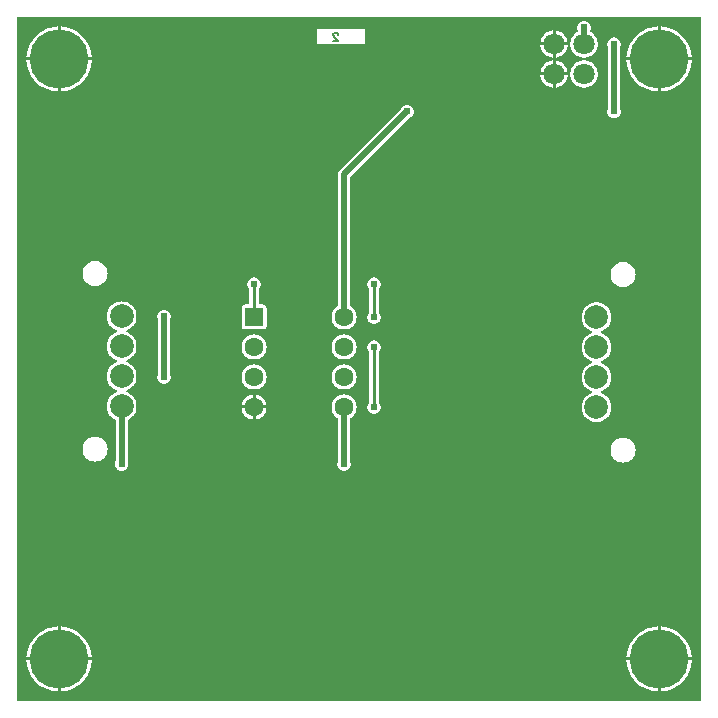
<source format=gbl>
G04 Layer: BottomLayer*
G04 EasyEDA v6.5.34, 2023-08-21 18:11:39*
G04 7b247d529b5f40d99c6f45047b1d8e8f,5a6b42c53f6a479593ecc07194224c93,10*
G04 Gerber Generator version 0.2*
G04 Scale: 100 percent, Rotated: No, Reflected: No *
G04 Dimensions in millimeters *
G04 leading zeros omitted , absolute positions ,4 integer and 5 decimal *
%FSLAX45Y45*%
%MOMM*%

%ADD10C,0.1524*%
%ADD11C,0.5000*%
%ADD12C,0.2540*%
%ADD13R,1.6002X1.6002*%
%ADD14C,1.6002*%
%ADD15C,5.0000*%
%ADD16C,1.8000*%
%ADD17C,2.0000*%
%ADD18C,0.6096*%
%ADD19C,0.0164*%

%LPD*%
G36*
X5805932Y25908D02*
G01*
X36068Y26416D01*
X32156Y27178D01*
X28905Y29362D01*
X26670Y32664D01*
X25908Y36576D01*
X25908Y5805932D01*
X26670Y5809843D01*
X28905Y5813094D01*
X32156Y5815330D01*
X36068Y5816092D01*
X2555240Y5816092D01*
X2559151Y5815330D01*
X2562402Y5813094D01*
X2564638Y5809843D01*
X2565400Y5805932D01*
X2566162Y5809843D01*
X2568397Y5813094D01*
X2571648Y5815330D01*
X2575560Y5816092D01*
X5805932Y5816092D01*
X5809843Y5815330D01*
X5813094Y5813094D01*
X5815330Y5809843D01*
X5816092Y5805932D01*
X5816092Y36068D01*
X5815330Y32207D01*
X5813094Y28905D01*
X5809843Y26670D01*
G37*

%LPC*%
G36*
X2794000Y3170682D02*
G01*
X2807817Y3171596D01*
X2821381Y3174288D01*
X2834538Y3178759D01*
X2846933Y3184906D01*
X2858465Y3192576D01*
X2868879Y3201720D01*
X2878023Y3212134D01*
X2885694Y3223666D01*
X2891840Y3236061D01*
X2896260Y3249168D01*
X2899003Y3262782D01*
X2899867Y3276600D01*
X2899003Y3290417D01*
X2896260Y3303981D01*
X2891840Y3317138D01*
X2885694Y3329533D01*
X2878023Y3341065D01*
X2868879Y3351479D01*
X2858465Y3360623D01*
X2849422Y3366668D01*
X2846984Y3368903D01*
X2845460Y3371850D01*
X2844901Y3375101D01*
X2844901Y4457801D01*
X2845663Y4461713D01*
X2847898Y4464964D01*
X3344976Y4962093D01*
X3347872Y4964125D01*
X3355594Y4967681D01*
X3363620Y4973320D01*
X3370579Y4980279D01*
X3376218Y4988306D01*
X3380333Y4997246D01*
X3382873Y5006695D01*
X3383737Y5016500D01*
X3382873Y5026304D01*
X3380333Y5035753D01*
X3376218Y5044694D01*
X3370579Y5052720D01*
X3363620Y5059680D01*
X3355594Y5065318D01*
X3346653Y5069433D01*
X3337204Y5071973D01*
X3327400Y5072837D01*
X3317595Y5071973D01*
X3308146Y5069433D01*
X3299206Y5065318D01*
X3291179Y5059680D01*
X3284220Y5052720D01*
X3278581Y5044694D01*
X3275025Y5036972D01*
X3272993Y5034076D01*
X2758135Y4519269D01*
X2754985Y4515815D01*
X2752293Y4512310D01*
X2749905Y4508550D01*
X2747873Y4504588D01*
X2746146Y4500524D01*
X2744825Y4496257D01*
X2743860Y4491939D01*
X2743301Y4487519D01*
X2743098Y4482896D01*
X2743098Y3375101D01*
X2742539Y3371850D01*
X2741015Y3368903D01*
X2738577Y3366668D01*
X2729534Y3360623D01*
X2719120Y3351479D01*
X2709976Y3341065D01*
X2702306Y3329533D01*
X2696159Y3317138D01*
X2691688Y3303981D01*
X2688996Y3290417D01*
X2688082Y3276600D01*
X2688996Y3262782D01*
X2691688Y3249168D01*
X2696159Y3236061D01*
X2702306Y3223666D01*
X2709976Y3212134D01*
X2719120Y3201720D01*
X2729534Y3192576D01*
X2741066Y3184906D01*
X2753461Y3178759D01*
X2766568Y3174288D01*
X2780182Y3171596D01*
G37*
G36*
X393700Y105562D02*
G01*
X398322Y105664D01*
X421284Y108051D01*
X443992Y112369D01*
X466242Y118618D01*
X487934Y126644D01*
X508812Y136499D01*
X528828Y148031D01*
X547827Y161239D01*
X565607Y175971D01*
X582117Y192125D01*
X597204Y209600D01*
X610819Y228295D01*
X622757Y248107D01*
X633018Y268782D01*
X641553Y290271D01*
X648208Y312369D01*
X653034Y334975D01*
X655929Y357936D01*
X656336Y368300D01*
X393700Y368300D01*
G37*
G36*
X5448300Y105613D02*
G01*
X5448300Y368300D01*
X5185410Y368300D01*
X5187289Y346405D01*
X5191150Y323646D01*
X5196890Y301244D01*
X5204460Y279450D01*
X5213858Y258317D01*
X5224983Y238099D01*
X5237784Y218846D01*
X5252161Y200710D01*
X5267960Y183896D01*
X5285130Y168402D01*
X5303520Y154432D01*
X5323027Y142087D01*
X5343499Y131368D01*
X5364835Y122428D01*
X5386781Y115265D01*
X5409285Y109982D01*
X5432145Y106629D01*
G37*
G36*
X368300Y105613D02*
G01*
X368300Y368300D01*
X105410Y368300D01*
X107289Y346405D01*
X111150Y323646D01*
X116890Y301244D01*
X124460Y279450D01*
X133858Y258317D01*
X144983Y238099D01*
X157784Y218846D01*
X172161Y200710D01*
X187960Y183896D01*
X205130Y168402D01*
X223520Y154432D01*
X243027Y142087D01*
X263499Y131368D01*
X284835Y122428D01*
X306781Y115265D01*
X329285Y109982D01*
X352145Y106629D01*
G37*
G36*
X393700Y393700D02*
G01*
X656336Y393700D01*
X655929Y404063D01*
X653034Y427024D01*
X648208Y449630D01*
X641553Y471728D01*
X633018Y493217D01*
X622757Y513892D01*
X610819Y533704D01*
X597204Y552348D01*
X582117Y569874D01*
X565607Y586028D01*
X547827Y600760D01*
X528828Y613968D01*
X508812Y625500D01*
X487934Y635355D01*
X466242Y643382D01*
X443992Y649630D01*
X421284Y653948D01*
X398322Y656336D01*
X393700Y656437D01*
G37*
G36*
X5473700Y393700D02*
G01*
X5736336Y393700D01*
X5735929Y404063D01*
X5733034Y427024D01*
X5728208Y449630D01*
X5721553Y471728D01*
X5713018Y493217D01*
X5702757Y513892D01*
X5690819Y533704D01*
X5677204Y552348D01*
X5662117Y569874D01*
X5645607Y586028D01*
X5627827Y600760D01*
X5608828Y613968D01*
X5588812Y625500D01*
X5567934Y635355D01*
X5546242Y643382D01*
X5523992Y649630D01*
X5501284Y653948D01*
X5478322Y656336D01*
X5473700Y656437D01*
G37*
G36*
X5185410Y393700D02*
G01*
X5448300Y393700D01*
X5448300Y656386D01*
X5432145Y655370D01*
X5409285Y652018D01*
X5386781Y646734D01*
X5364835Y639572D01*
X5343499Y630631D01*
X5323027Y619912D01*
X5303520Y607568D01*
X5285130Y593598D01*
X5267960Y578104D01*
X5252161Y561289D01*
X5237784Y543153D01*
X5224983Y523900D01*
X5213858Y503682D01*
X5204460Y482549D01*
X5196890Y460756D01*
X5191150Y438353D01*
X5187289Y415594D01*
G37*
G36*
X105410Y393700D02*
G01*
X368300Y393700D01*
X368300Y656386D01*
X352145Y655370D01*
X329285Y652018D01*
X306781Y646734D01*
X284835Y639572D01*
X263499Y630631D01*
X243027Y619912D01*
X223520Y607568D01*
X205130Y593598D01*
X187960Y578104D01*
X172161Y561289D01*
X157784Y543153D01*
X144983Y523900D01*
X133858Y503682D01*
X124460Y482549D01*
X116890Y460756D01*
X111150Y438353D01*
X107289Y415594D01*
G37*
G36*
X2794000Y1975662D02*
G01*
X2803804Y1976526D01*
X2813253Y1979066D01*
X2822194Y1983181D01*
X2830220Y1988820D01*
X2837180Y1995779D01*
X2842818Y2003806D01*
X2846933Y2012746D01*
X2849473Y2022195D01*
X2850337Y2032000D01*
X2849473Y2041804D01*
X2846933Y2051253D01*
X2845866Y2053589D01*
X2844901Y2057907D01*
X2844901Y2416098D01*
X2845460Y2419350D01*
X2846984Y2422296D01*
X2849422Y2424531D01*
X2858465Y2430576D01*
X2868879Y2439720D01*
X2878023Y2450134D01*
X2885694Y2461666D01*
X2891840Y2474061D01*
X2896260Y2487168D01*
X2899003Y2500782D01*
X2899867Y2514600D01*
X2899003Y2528417D01*
X2896260Y2541981D01*
X2891840Y2555138D01*
X2885694Y2567533D01*
X2878023Y2579065D01*
X2868879Y2589479D01*
X2858465Y2598623D01*
X2846933Y2606294D01*
X2834538Y2612440D01*
X2821381Y2616860D01*
X2807817Y2619603D01*
X2794000Y2620467D01*
X2780182Y2619603D01*
X2766568Y2616860D01*
X2753461Y2612440D01*
X2741066Y2606294D01*
X2729534Y2598623D01*
X2719120Y2589479D01*
X2709976Y2579065D01*
X2702306Y2567533D01*
X2696159Y2555138D01*
X2691688Y2541981D01*
X2688996Y2528417D01*
X2688082Y2514600D01*
X2688996Y2500782D01*
X2691688Y2487168D01*
X2696159Y2474061D01*
X2702306Y2461666D01*
X2709976Y2450134D01*
X2719120Y2439720D01*
X2729534Y2430576D01*
X2738577Y2424531D01*
X2741015Y2422296D01*
X2742539Y2419350D01*
X2743098Y2416098D01*
X2743098Y2057907D01*
X2742133Y2053640D01*
X2741066Y2051253D01*
X2738526Y2041804D01*
X2737662Y2032000D01*
X2738526Y2022195D01*
X2741066Y2012746D01*
X2745181Y2003806D01*
X2750820Y1995779D01*
X2757779Y1988820D01*
X2765806Y1983181D01*
X2774746Y1979066D01*
X2784195Y1976526D01*
G37*
G36*
X910793Y1975662D02*
G01*
X920597Y1976526D01*
X930097Y1979066D01*
X938987Y1983181D01*
X947013Y1988820D01*
X953973Y1995779D01*
X959612Y2003806D01*
X963777Y2012746D01*
X966317Y2022195D01*
X967181Y2032000D01*
X966317Y2041804D01*
X963777Y2051253D01*
X962710Y2053539D01*
X961745Y2057857D01*
X961745Y2398877D01*
X962507Y2402687D01*
X964590Y2405938D01*
X982319Y2416708D01*
X994308Y2426106D01*
X1005027Y2436876D01*
X1014425Y2448814D01*
X1022299Y2461818D01*
X1028496Y2475687D01*
X1033018Y2490216D01*
X1035761Y2505151D01*
X1036675Y2520340D01*
X1035761Y2535529D01*
X1033018Y2550464D01*
X1028496Y2564993D01*
X1022299Y2578811D01*
X1014425Y2591866D01*
X1005027Y2603804D01*
X994308Y2614574D01*
X982319Y2623921D01*
X969314Y2631795D01*
X955395Y2638044D01*
X952246Y2640279D01*
X950112Y2643530D01*
X949401Y2647340D01*
X950112Y2651150D01*
X952246Y2654350D01*
X955395Y2656586D01*
X969314Y2662885D01*
X982319Y2670708D01*
X994308Y2680106D01*
X1005027Y2690876D01*
X1014425Y2702814D01*
X1022299Y2715818D01*
X1028496Y2729687D01*
X1033018Y2744216D01*
X1035761Y2759151D01*
X1036675Y2774340D01*
X1035761Y2789529D01*
X1033018Y2804464D01*
X1028496Y2818993D01*
X1022299Y2832811D01*
X1014425Y2845866D01*
X1005027Y2857804D01*
X994308Y2868574D01*
X982319Y2877921D01*
X969314Y2885795D01*
X955395Y2892044D01*
X952246Y2894279D01*
X950112Y2897530D01*
X949401Y2901340D01*
X950112Y2905150D01*
X952246Y2908350D01*
X955395Y2910586D01*
X969314Y2916885D01*
X982319Y2924708D01*
X994308Y2934106D01*
X1005027Y2944876D01*
X1014425Y2956814D01*
X1022299Y2969818D01*
X1028496Y2983687D01*
X1033018Y2998216D01*
X1035761Y3013151D01*
X1036675Y3028340D01*
X1035761Y3043529D01*
X1033018Y3058464D01*
X1028496Y3072993D01*
X1022299Y3086811D01*
X1014425Y3099866D01*
X1005027Y3111804D01*
X994308Y3122574D01*
X982319Y3131921D01*
X969314Y3139795D01*
X955395Y3146044D01*
X952246Y3148279D01*
X950112Y3151530D01*
X949401Y3155340D01*
X950112Y3159150D01*
X952246Y3162350D01*
X955395Y3164586D01*
X969314Y3170885D01*
X982319Y3178708D01*
X994308Y3188106D01*
X1005027Y3198876D01*
X1014425Y3210814D01*
X1022299Y3223818D01*
X1028496Y3237687D01*
X1033018Y3252215D01*
X1035761Y3267151D01*
X1036675Y3282340D01*
X1035761Y3297529D01*
X1033018Y3312464D01*
X1028496Y3326993D01*
X1022299Y3340811D01*
X1014425Y3353866D01*
X1005027Y3365804D01*
X994308Y3376574D01*
X982319Y3385921D01*
X969314Y3393795D01*
X955446Y3400044D01*
X940917Y3404565D01*
X925982Y3407308D01*
X910793Y3408222D01*
X895654Y3407308D01*
X880668Y3404565D01*
X866190Y3400044D01*
X852322Y3393795D01*
X839317Y3385921D01*
X827328Y3376574D01*
X816559Y3365804D01*
X807212Y3353866D01*
X799338Y3340811D01*
X793089Y3326993D01*
X788568Y3312464D01*
X785825Y3297529D01*
X784910Y3282340D01*
X785825Y3267151D01*
X788568Y3252215D01*
X793089Y3237687D01*
X799338Y3223818D01*
X807212Y3210814D01*
X816559Y3198876D01*
X827328Y3188106D01*
X839317Y3178708D01*
X852322Y3170885D01*
X866241Y3164586D01*
X869391Y3162350D01*
X871474Y3159150D01*
X872236Y3155340D01*
X871474Y3151530D01*
X869391Y3148279D01*
X866241Y3146044D01*
X852322Y3139795D01*
X839317Y3131921D01*
X827328Y3122574D01*
X816559Y3111804D01*
X807212Y3099866D01*
X799338Y3086811D01*
X793089Y3072993D01*
X788568Y3058464D01*
X785825Y3043529D01*
X784910Y3028340D01*
X785825Y3013151D01*
X788568Y2998216D01*
X793089Y2983687D01*
X799338Y2969818D01*
X807212Y2956814D01*
X816559Y2944876D01*
X827328Y2934106D01*
X839317Y2924708D01*
X852322Y2916885D01*
X866241Y2910586D01*
X869391Y2908350D01*
X871474Y2905150D01*
X872236Y2901340D01*
X871474Y2897530D01*
X869391Y2894279D01*
X866241Y2892044D01*
X852322Y2885795D01*
X839317Y2877921D01*
X827328Y2868574D01*
X816559Y2857804D01*
X807212Y2845866D01*
X799338Y2832811D01*
X793089Y2818993D01*
X788568Y2804464D01*
X785825Y2789529D01*
X784910Y2774340D01*
X785825Y2759151D01*
X788568Y2744216D01*
X793089Y2729687D01*
X799338Y2715818D01*
X807212Y2702814D01*
X816559Y2690876D01*
X827328Y2680106D01*
X839317Y2670708D01*
X852322Y2662885D01*
X866241Y2656586D01*
X869391Y2654350D01*
X871474Y2651150D01*
X872236Y2647340D01*
X871474Y2643530D01*
X869391Y2640279D01*
X866241Y2638044D01*
X852322Y2631795D01*
X839317Y2623921D01*
X827328Y2614574D01*
X816559Y2603804D01*
X807212Y2591866D01*
X799338Y2578811D01*
X793089Y2564993D01*
X788568Y2550464D01*
X785825Y2535529D01*
X784910Y2520340D01*
X785825Y2505151D01*
X788568Y2490216D01*
X793089Y2475687D01*
X799338Y2461818D01*
X807212Y2448814D01*
X816559Y2436876D01*
X827328Y2426106D01*
X839317Y2416708D01*
X852322Y2408885D01*
X853948Y2408123D01*
X857097Y2405888D01*
X859180Y2402636D01*
X859942Y2398877D01*
X859942Y2057958D01*
X858977Y2053691D01*
X857859Y2051253D01*
X855319Y2041804D01*
X854456Y2032000D01*
X855319Y2022195D01*
X857859Y2012746D01*
X862025Y2003806D01*
X867664Y1995779D01*
X874572Y1988820D01*
X882650Y1983181D01*
X891540Y1979066D01*
X901039Y1976526D01*
G37*
G36*
X5156250Y2043734D02*
G01*
X5170068Y2044598D01*
X5183632Y2047341D01*
X5196738Y2051761D01*
X5209184Y2057907D01*
X5220665Y2065578D01*
X5231079Y2074722D01*
X5240223Y2085136D01*
X5247944Y2096668D01*
X5254040Y2109063D01*
X5258511Y2122220D01*
X5261203Y2135784D01*
X5262118Y2149602D01*
X5261203Y2163419D01*
X5258511Y2176983D01*
X5254040Y2190140D01*
X5247944Y2202535D01*
X5240223Y2214067D01*
X5231079Y2224481D01*
X5220665Y2233625D01*
X5209184Y2241296D01*
X5196738Y2247442D01*
X5183632Y2251862D01*
X5170068Y2254605D01*
X5156250Y2255469D01*
X5142382Y2254605D01*
X5128818Y2251862D01*
X5115712Y2247442D01*
X5103266Y2241296D01*
X5091785Y2233625D01*
X5081371Y2224481D01*
X5072227Y2214067D01*
X5064506Y2202535D01*
X5058410Y2190140D01*
X5053939Y2176983D01*
X5051247Y2163419D01*
X5050332Y2149602D01*
X5051247Y2135784D01*
X5053939Y2122220D01*
X5058410Y2109063D01*
X5064506Y2096668D01*
X5072227Y2085136D01*
X5081371Y2074722D01*
X5091785Y2065578D01*
X5103266Y2057907D01*
X5115712Y2051761D01*
X5128818Y2047341D01*
X5142382Y2044598D01*
G37*
G36*
X685800Y2051913D02*
G01*
X699617Y2052828D01*
X713181Y2055520D01*
X726338Y2059990D01*
X738733Y2066086D01*
X750265Y2073808D01*
X760679Y2082952D01*
X769823Y2093366D01*
X777494Y2104847D01*
X783640Y2117293D01*
X788060Y2130399D01*
X790803Y2143963D01*
X791667Y2157780D01*
X790803Y2171649D01*
X788060Y2185212D01*
X783640Y2198319D01*
X777494Y2210765D01*
X769823Y2222246D01*
X760679Y2232660D01*
X750265Y2241804D01*
X738733Y2249525D01*
X726338Y2255621D01*
X713181Y2260092D01*
X699617Y2262784D01*
X685800Y2263698D01*
X671982Y2262784D01*
X658418Y2260092D01*
X645261Y2255621D01*
X632866Y2249525D01*
X621334Y2241804D01*
X610920Y2232660D01*
X601776Y2222246D01*
X594106Y2210765D01*
X587959Y2198319D01*
X583539Y2185212D01*
X580796Y2171649D01*
X579932Y2157780D01*
X580796Y2143963D01*
X583539Y2130399D01*
X587959Y2117293D01*
X594106Y2104847D01*
X601776Y2093366D01*
X610920Y2082952D01*
X621334Y2073808D01*
X632866Y2066086D01*
X645261Y2059990D01*
X658418Y2055520D01*
X671982Y2052828D01*
G37*
G36*
X4931206Y2386279D02*
G01*
X4946396Y2387193D01*
X4961331Y2389936D01*
X4975860Y2394458D01*
X4989728Y2400706D01*
X5002733Y2408580D01*
X5014722Y2417927D01*
X5025440Y2428697D01*
X5034838Y2440635D01*
X5042662Y2453690D01*
X5048910Y2467508D01*
X5053431Y2482037D01*
X5056174Y2496972D01*
X5057089Y2512161D01*
X5056174Y2527350D01*
X5053431Y2542286D01*
X5048910Y2556814D01*
X5042662Y2570683D01*
X5034838Y2583688D01*
X5025440Y2595626D01*
X5014722Y2606395D01*
X5002733Y2615793D01*
X4989728Y2623616D01*
X4975809Y2629916D01*
X4972659Y2632151D01*
X4970526Y2635351D01*
X4969814Y2639161D01*
X4970526Y2642971D01*
X4972659Y2646222D01*
X4975809Y2648458D01*
X4989728Y2654706D01*
X5002733Y2662580D01*
X5014722Y2671927D01*
X5025440Y2682697D01*
X5034838Y2694635D01*
X5042662Y2707690D01*
X5048910Y2721508D01*
X5053431Y2736037D01*
X5056174Y2750972D01*
X5057089Y2766161D01*
X5056174Y2781350D01*
X5053431Y2796286D01*
X5048910Y2810814D01*
X5042662Y2824683D01*
X5034838Y2837688D01*
X5025440Y2849626D01*
X5014722Y2860395D01*
X5002733Y2869793D01*
X4989728Y2877616D01*
X4975809Y2883916D01*
X4972659Y2886151D01*
X4970526Y2889351D01*
X4969814Y2893161D01*
X4970526Y2896971D01*
X4972659Y2900222D01*
X4975809Y2902458D01*
X4989728Y2908706D01*
X5002733Y2916580D01*
X5014722Y2925927D01*
X5025440Y2936697D01*
X5034838Y2948635D01*
X5042662Y2961690D01*
X5048910Y2975508D01*
X5053431Y2990037D01*
X5056174Y3004972D01*
X5057089Y3020161D01*
X5056174Y3035350D01*
X5053431Y3050286D01*
X5048910Y3064814D01*
X5042662Y3078683D01*
X5034838Y3091688D01*
X5025440Y3103626D01*
X5014722Y3114395D01*
X5002733Y3123793D01*
X4989728Y3131616D01*
X4975809Y3137916D01*
X4972659Y3140151D01*
X4970526Y3143351D01*
X4969814Y3147161D01*
X4970526Y3150971D01*
X4972659Y3154222D01*
X4975809Y3156458D01*
X4989728Y3162706D01*
X5002733Y3170580D01*
X5014722Y3179927D01*
X5025440Y3190697D01*
X5034838Y3202635D01*
X5042662Y3215690D01*
X5048910Y3229508D01*
X5053431Y3244037D01*
X5056174Y3258972D01*
X5057089Y3274161D01*
X5056174Y3289350D01*
X5053431Y3304286D01*
X5048910Y3318814D01*
X5042662Y3332683D01*
X5034838Y3345687D01*
X5025440Y3357626D01*
X5014722Y3368395D01*
X5002733Y3377793D01*
X4989728Y3385616D01*
X4975860Y3391865D01*
X4961331Y3396386D01*
X4946396Y3399129D01*
X4931206Y3400044D01*
X4916017Y3399129D01*
X4901082Y3396386D01*
X4886553Y3391865D01*
X4872736Y3385616D01*
X4859680Y3377793D01*
X4847742Y3368395D01*
X4836972Y3357626D01*
X4827625Y3345687D01*
X4819751Y3332683D01*
X4813503Y3318814D01*
X4808982Y3304286D01*
X4806238Y3289350D01*
X4805324Y3274161D01*
X4806238Y3258972D01*
X4808982Y3244037D01*
X4813503Y3229508D01*
X4819751Y3215690D01*
X4827625Y3202635D01*
X4836972Y3190697D01*
X4847742Y3179927D01*
X4859680Y3170580D01*
X4872736Y3162706D01*
X4886655Y3156458D01*
X4889804Y3154222D01*
X4891887Y3150971D01*
X4892649Y3147161D01*
X4891887Y3143351D01*
X4889804Y3140151D01*
X4886655Y3137916D01*
X4872736Y3131616D01*
X4859680Y3123793D01*
X4847742Y3114395D01*
X4836972Y3103626D01*
X4827625Y3091688D01*
X4819751Y3078683D01*
X4813503Y3064814D01*
X4808982Y3050286D01*
X4806238Y3035350D01*
X4805324Y3020161D01*
X4806238Y3004972D01*
X4808982Y2990037D01*
X4813503Y2975508D01*
X4819751Y2961690D01*
X4827625Y2948635D01*
X4836972Y2936697D01*
X4847742Y2925927D01*
X4859680Y2916580D01*
X4872736Y2908706D01*
X4886655Y2902458D01*
X4889804Y2900222D01*
X4891887Y2896971D01*
X4892649Y2893161D01*
X4891887Y2889351D01*
X4889804Y2886151D01*
X4886655Y2883916D01*
X4872736Y2877616D01*
X4859680Y2869793D01*
X4847742Y2860395D01*
X4836972Y2849626D01*
X4827625Y2837688D01*
X4819751Y2824683D01*
X4813503Y2810814D01*
X4808982Y2796286D01*
X4806238Y2781350D01*
X4805324Y2766161D01*
X4806238Y2750972D01*
X4808982Y2736037D01*
X4813503Y2721508D01*
X4819751Y2707690D01*
X4827625Y2694635D01*
X4836972Y2682697D01*
X4847742Y2671927D01*
X4859680Y2662580D01*
X4872736Y2654706D01*
X4886655Y2648458D01*
X4889804Y2646222D01*
X4891887Y2642971D01*
X4892649Y2639161D01*
X4891887Y2635351D01*
X4889804Y2632151D01*
X4886655Y2629916D01*
X4872736Y2623616D01*
X4859680Y2615793D01*
X4847742Y2606395D01*
X4836972Y2595626D01*
X4827625Y2583688D01*
X4819751Y2570683D01*
X4813503Y2556814D01*
X4808982Y2542286D01*
X4806238Y2527350D01*
X4805324Y2512161D01*
X4806238Y2496972D01*
X4808982Y2482037D01*
X4813503Y2467508D01*
X4819751Y2453690D01*
X4827625Y2440635D01*
X4836972Y2428697D01*
X4847742Y2417927D01*
X4859680Y2408580D01*
X4872736Y2400706D01*
X4886553Y2394458D01*
X4901082Y2389936D01*
X4916017Y2387193D01*
G37*
G36*
X2019300Y2409545D02*
G01*
X2019300Y2501900D01*
X1926945Y2501900D01*
X1926996Y2500782D01*
X1929688Y2487168D01*
X1934159Y2474061D01*
X1940306Y2461666D01*
X1947976Y2450134D01*
X1957120Y2439720D01*
X1967534Y2430576D01*
X1979066Y2422906D01*
X1991461Y2416759D01*
X2004568Y2412288D01*
X2018182Y2409596D01*
G37*
G36*
X2044700Y2409545D02*
G01*
X2045817Y2409596D01*
X2059381Y2412288D01*
X2072538Y2416759D01*
X2084933Y2422906D01*
X2096465Y2430576D01*
X2106879Y2439720D01*
X2116023Y2450134D01*
X2123694Y2461666D01*
X2129840Y2474061D01*
X2134260Y2487168D01*
X2137003Y2500782D01*
X2137054Y2501900D01*
X2044700Y2501900D01*
G37*
G36*
X3048000Y2458262D02*
G01*
X3057804Y2459126D01*
X3067253Y2461666D01*
X3076194Y2465781D01*
X3084220Y2471420D01*
X3091180Y2478379D01*
X3096818Y2486406D01*
X3100933Y2495346D01*
X3103473Y2504795D01*
X3104337Y2514600D01*
X3103473Y2524404D01*
X3100933Y2533853D01*
X3096818Y2542794D01*
X3091180Y2550820D01*
X3089605Y2552395D01*
X3087370Y2555697D01*
X3086608Y2559558D01*
X3086608Y2977591D01*
X3087370Y2981502D01*
X3089605Y2984804D01*
X3091180Y2986379D01*
X3096818Y2994406D01*
X3100933Y3003346D01*
X3103473Y3012795D01*
X3104337Y3022600D01*
X3103473Y3032404D01*
X3100933Y3041853D01*
X3096818Y3050794D01*
X3091180Y3058820D01*
X3084220Y3065780D01*
X3076194Y3071418D01*
X3067253Y3075533D01*
X3057804Y3078073D01*
X3048000Y3078937D01*
X3038195Y3078073D01*
X3028746Y3075533D01*
X3019806Y3071418D01*
X3011779Y3065780D01*
X3004820Y3058820D01*
X2999181Y3050794D01*
X2995066Y3041853D01*
X2992526Y3032404D01*
X2991662Y3022600D01*
X2992526Y3012795D01*
X2995066Y3003346D01*
X2999181Y2994406D01*
X3004820Y2986379D01*
X3006394Y2984804D01*
X3008630Y2981502D01*
X3009392Y2977591D01*
X3009392Y2559608D01*
X3008630Y2555697D01*
X3006394Y2552395D01*
X3004820Y2550820D01*
X2999181Y2542794D01*
X2995066Y2533853D01*
X2992526Y2524404D01*
X2991662Y2514600D01*
X2992526Y2504795D01*
X2995066Y2495346D01*
X2999181Y2486406D01*
X3004820Y2478379D01*
X3011779Y2471420D01*
X3019806Y2465781D01*
X3028746Y2461666D01*
X3038195Y2459126D01*
G37*
G36*
X1926945Y2527300D02*
G01*
X2019300Y2527300D01*
X2019300Y2619654D01*
X2018182Y2619603D01*
X2004568Y2616860D01*
X1991461Y2612440D01*
X1979066Y2606294D01*
X1967534Y2598623D01*
X1957120Y2589479D01*
X1947976Y2579065D01*
X1940306Y2567533D01*
X1934159Y2555138D01*
X1929688Y2541981D01*
X1926996Y2528417D01*
G37*
G36*
X2044700Y2527300D02*
G01*
X2137054Y2527300D01*
X2137003Y2528417D01*
X2134260Y2541981D01*
X2129840Y2555138D01*
X2123694Y2567533D01*
X2116023Y2579065D01*
X2106879Y2589479D01*
X2096465Y2598623D01*
X2084933Y2606294D01*
X2072538Y2612440D01*
X2059381Y2616860D01*
X2045817Y2619603D01*
X2044700Y2619654D01*
G37*
G36*
X2032000Y2662682D02*
G01*
X2045817Y2663596D01*
X2059381Y2666288D01*
X2072538Y2670759D01*
X2084933Y2676906D01*
X2096465Y2684576D01*
X2106879Y2693720D01*
X2116023Y2704134D01*
X2123694Y2715666D01*
X2129840Y2728061D01*
X2134260Y2741168D01*
X2137003Y2754782D01*
X2137867Y2768600D01*
X2137003Y2782417D01*
X2134260Y2795981D01*
X2129840Y2809138D01*
X2123694Y2821533D01*
X2116023Y2833065D01*
X2106879Y2843479D01*
X2096465Y2852623D01*
X2084933Y2860294D01*
X2072538Y2866440D01*
X2059381Y2870860D01*
X2045817Y2873603D01*
X2032000Y2874467D01*
X2018182Y2873603D01*
X2004568Y2870860D01*
X1991461Y2866440D01*
X1979066Y2860294D01*
X1967534Y2852623D01*
X1957120Y2843479D01*
X1947976Y2833065D01*
X1940306Y2821533D01*
X1934159Y2809138D01*
X1929688Y2795981D01*
X1926996Y2782417D01*
X1926082Y2768600D01*
X1926996Y2754782D01*
X1929688Y2741168D01*
X1934159Y2728061D01*
X1940306Y2715666D01*
X1947976Y2704134D01*
X1957120Y2693720D01*
X1967534Y2684576D01*
X1979066Y2676906D01*
X1991461Y2670759D01*
X2004568Y2666288D01*
X2018182Y2663596D01*
G37*
G36*
X2794000Y2662682D02*
G01*
X2807817Y2663596D01*
X2821381Y2666288D01*
X2834538Y2670759D01*
X2846933Y2676906D01*
X2858465Y2684576D01*
X2868879Y2693720D01*
X2878023Y2704134D01*
X2885694Y2715666D01*
X2891840Y2728061D01*
X2896260Y2741168D01*
X2899003Y2754782D01*
X2899867Y2768600D01*
X2899003Y2782417D01*
X2896260Y2795981D01*
X2891840Y2809138D01*
X2885694Y2821533D01*
X2878023Y2833065D01*
X2868879Y2843479D01*
X2858465Y2852623D01*
X2846933Y2860294D01*
X2834538Y2866440D01*
X2821381Y2870860D01*
X2807817Y2873603D01*
X2794000Y2874467D01*
X2780182Y2873603D01*
X2766568Y2870860D01*
X2753461Y2866440D01*
X2741066Y2860294D01*
X2729534Y2852623D01*
X2719120Y2843479D01*
X2709976Y2833065D01*
X2702306Y2821533D01*
X2696159Y2809138D01*
X2691688Y2795981D01*
X2688996Y2782417D01*
X2688082Y2768600D01*
X2688996Y2754782D01*
X2691688Y2741168D01*
X2696159Y2728061D01*
X2702306Y2715666D01*
X2709976Y2704134D01*
X2719120Y2693720D01*
X2729534Y2684576D01*
X2741066Y2676906D01*
X2753461Y2670759D01*
X2766568Y2666288D01*
X2780182Y2663596D01*
G37*
G36*
X1270000Y2712262D02*
G01*
X1279804Y2713126D01*
X1289253Y2715666D01*
X1298194Y2719781D01*
X1306220Y2725420D01*
X1313180Y2732379D01*
X1318818Y2740406D01*
X1322933Y2749346D01*
X1325473Y2758795D01*
X1326337Y2768600D01*
X1325473Y2778404D01*
X1322933Y2787853D01*
X1321866Y2790190D01*
X1320901Y2794508D01*
X1320901Y3256432D01*
X1321866Y3260750D01*
X1322933Y3263087D01*
X1325473Y3272586D01*
X1326337Y3282340D01*
X1325473Y3292144D01*
X1322933Y3301644D01*
X1318818Y3310534D01*
X1313180Y3318560D01*
X1306220Y3325520D01*
X1298194Y3331159D01*
X1289253Y3335274D01*
X1279804Y3337864D01*
X1270000Y3338677D01*
X1260195Y3337864D01*
X1250746Y3335274D01*
X1241806Y3331159D01*
X1233779Y3325520D01*
X1226820Y3318560D01*
X1221181Y3310534D01*
X1217066Y3301644D01*
X1214526Y3292144D01*
X1213662Y3282340D01*
X1214526Y3272586D01*
X1217066Y3263087D01*
X1218133Y3260750D01*
X1219098Y3256432D01*
X1219098Y2794508D01*
X1218133Y2790190D01*
X1217066Y2787853D01*
X1214526Y2778404D01*
X1213662Y2768600D01*
X1214526Y2758795D01*
X1217066Y2749346D01*
X1221181Y2740406D01*
X1226820Y2732379D01*
X1233779Y2725420D01*
X1241806Y2719781D01*
X1250746Y2715666D01*
X1260195Y2713126D01*
G37*
G36*
X2794000Y2916682D02*
G01*
X2807817Y2917596D01*
X2821381Y2920288D01*
X2834538Y2924759D01*
X2846933Y2930906D01*
X2858465Y2938576D01*
X2868879Y2947720D01*
X2878023Y2958134D01*
X2885694Y2969666D01*
X2891840Y2982061D01*
X2896260Y2995168D01*
X2899003Y3008782D01*
X2899867Y3022600D01*
X2899003Y3036417D01*
X2896260Y3049981D01*
X2891840Y3063138D01*
X2885694Y3075533D01*
X2878023Y3087065D01*
X2868879Y3097479D01*
X2858465Y3106623D01*
X2846933Y3114294D01*
X2834538Y3120440D01*
X2821381Y3124860D01*
X2807817Y3127603D01*
X2794000Y3128467D01*
X2780182Y3127603D01*
X2766568Y3124860D01*
X2753461Y3120440D01*
X2741066Y3114294D01*
X2729534Y3106623D01*
X2719120Y3097479D01*
X2709976Y3087065D01*
X2702306Y3075533D01*
X2696159Y3063138D01*
X2691688Y3049981D01*
X2688996Y3036417D01*
X2688082Y3022600D01*
X2688996Y3008782D01*
X2691688Y2995168D01*
X2696159Y2982061D01*
X2702306Y2969666D01*
X2709976Y2958134D01*
X2719120Y2947720D01*
X2729534Y2938576D01*
X2741066Y2930906D01*
X2753461Y2924759D01*
X2766568Y2920288D01*
X2780182Y2917596D01*
G37*
G36*
X2032000Y2916682D02*
G01*
X2045817Y2917596D01*
X2059381Y2920288D01*
X2072538Y2924759D01*
X2084933Y2930906D01*
X2096465Y2938576D01*
X2106879Y2947720D01*
X2116023Y2958134D01*
X2123694Y2969666D01*
X2129840Y2982061D01*
X2134260Y2995168D01*
X2137003Y3008782D01*
X2137867Y3022600D01*
X2137003Y3036417D01*
X2134260Y3049981D01*
X2129840Y3063138D01*
X2123694Y3075533D01*
X2116023Y3087065D01*
X2106879Y3097479D01*
X2096465Y3106623D01*
X2084933Y3114294D01*
X2072538Y3120440D01*
X2059381Y3124860D01*
X2045817Y3127603D01*
X2032000Y3128467D01*
X2018182Y3127603D01*
X2004568Y3124860D01*
X1991461Y3120440D01*
X1979066Y3114294D01*
X1967534Y3106623D01*
X1957120Y3097479D01*
X1947976Y3087065D01*
X1940306Y3075533D01*
X1934159Y3063138D01*
X1929688Y3049981D01*
X1926996Y3036417D01*
X1926082Y3022600D01*
X1926996Y3008782D01*
X1929688Y2995168D01*
X1934159Y2982061D01*
X1940306Y2969666D01*
X1947976Y2958134D01*
X1957120Y2947720D01*
X1967534Y2938576D01*
X1979066Y2930906D01*
X1991461Y2924759D01*
X2004568Y2920288D01*
X2018182Y2917596D01*
G37*
G36*
X1952548Y3170682D02*
G01*
X2111451Y3170682D01*
X2117750Y3171393D01*
X2123236Y3173323D01*
X2128113Y3176371D01*
X2132228Y3180486D01*
X2135276Y3185363D01*
X2137206Y3190849D01*
X2137918Y3197148D01*
X2137918Y3356051D01*
X2137206Y3362350D01*
X2135276Y3367836D01*
X2132228Y3372713D01*
X2128113Y3376828D01*
X2123236Y3379876D01*
X2117750Y3381806D01*
X2111451Y3382518D01*
X2080768Y3382518D01*
X2076856Y3383279D01*
X2073605Y3385464D01*
X2071370Y3388766D01*
X2070607Y3392678D01*
X2070607Y3510991D01*
X2071370Y3514902D01*
X2073605Y3518204D01*
X2075180Y3519779D01*
X2080818Y3527806D01*
X2084933Y3536746D01*
X2087473Y3546195D01*
X2088337Y3556000D01*
X2087473Y3565804D01*
X2084933Y3575253D01*
X2080818Y3584194D01*
X2075180Y3592220D01*
X2068220Y3599179D01*
X2060193Y3604818D01*
X2051253Y3608933D01*
X2041804Y3611473D01*
X2032000Y3612337D01*
X2022195Y3611473D01*
X2012746Y3608933D01*
X2003806Y3604818D01*
X1995779Y3599179D01*
X1988820Y3592220D01*
X1983181Y3584194D01*
X1979066Y3575253D01*
X1976526Y3565804D01*
X1975662Y3556000D01*
X1976526Y3546195D01*
X1979066Y3536746D01*
X1983181Y3527806D01*
X1988820Y3519779D01*
X1990394Y3518204D01*
X1992630Y3514902D01*
X1993392Y3510991D01*
X1993392Y3392678D01*
X1992630Y3388766D01*
X1990394Y3385464D01*
X1987143Y3383279D01*
X1983232Y3382518D01*
X1952548Y3382518D01*
X1946249Y3381806D01*
X1940763Y3379876D01*
X1935886Y3376828D01*
X1931771Y3372713D01*
X1928723Y3367836D01*
X1926793Y3362350D01*
X1926082Y3356051D01*
X1926082Y3197148D01*
X1926793Y3190849D01*
X1928723Y3185363D01*
X1931771Y3180486D01*
X1935886Y3176371D01*
X1940763Y3173323D01*
X1946249Y3171393D01*
G37*
G36*
X5473700Y105562D02*
G01*
X5478322Y105664D01*
X5501284Y108051D01*
X5523992Y112369D01*
X5546242Y118618D01*
X5567934Y126644D01*
X5588812Y136499D01*
X5608828Y148031D01*
X5627827Y161239D01*
X5645607Y175971D01*
X5662117Y192125D01*
X5677204Y209600D01*
X5690819Y228295D01*
X5702757Y248107D01*
X5713018Y268782D01*
X5721553Y290271D01*
X5728208Y312369D01*
X5733034Y334975D01*
X5735929Y357936D01*
X5736336Y368300D01*
X5473700Y368300D01*
G37*
G36*
X3048000Y3217824D02*
G01*
X3057804Y3218688D01*
X3067253Y3221228D01*
X3076194Y3225342D01*
X3084220Y3230981D01*
X3091180Y3237941D01*
X3096818Y3245967D01*
X3100933Y3254908D01*
X3103473Y3264357D01*
X3104337Y3274161D01*
X3103473Y3283965D01*
X3100933Y3293414D01*
X3096818Y3302355D01*
X3091180Y3310382D01*
X3089605Y3311956D01*
X3087370Y3315258D01*
X3086608Y3319170D01*
X3086608Y3510991D01*
X3087370Y3514902D01*
X3089605Y3518204D01*
X3091180Y3519779D01*
X3096818Y3527806D01*
X3100933Y3536746D01*
X3103473Y3546195D01*
X3104337Y3556000D01*
X3103473Y3565804D01*
X3100933Y3575253D01*
X3096818Y3584194D01*
X3091180Y3592220D01*
X3084220Y3599179D01*
X3076194Y3604818D01*
X3067253Y3608933D01*
X3057804Y3611473D01*
X3048000Y3612337D01*
X3038195Y3611473D01*
X3028746Y3608933D01*
X3019806Y3604818D01*
X3011779Y3599179D01*
X3004820Y3592220D01*
X2999181Y3584194D01*
X2995066Y3575253D01*
X2992526Y3565804D01*
X2991662Y3556000D01*
X2992526Y3546195D01*
X2995066Y3536746D01*
X2999181Y3527806D01*
X3004820Y3519779D01*
X3006394Y3518204D01*
X3008630Y3514902D01*
X3009392Y3510991D01*
X3009392Y3319170D01*
X3008630Y3315258D01*
X3006394Y3311956D01*
X3004820Y3310382D01*
X2999181Y3302355D01*
X2995066Y3293414D01*
X2992526Y3283965D01*
X2991662Y3274161D01*
X2992526Y3264357D01*
X2995066Y3254908D01*
X2999181Y3245967D01*
X3004820Y3237941D01*
X3011779Y3230981D01*
X3019806Y3225342D01*
X3028746Y3221228D01*
X3038195Y3218688D01*
G37*
G36*
X5156250Y3530803D02*
G01*
X5170068Y3531717D01*
X5183632Y3534410D01*
X5196738Y3538880D01*
X5209184Y3544976D01*
X5220665Y3552698D01*
X5231079Y3561842D01*
X5240223Y3572256D01*
X5247944Y3583736D01*
X5254040Y3596182D01*
X5258511Y3609289D01*
X5261203Y3622852D01*
X5262118Y3636670D01*
X5261203Y3650538D01*
X5258511Y3664102D01*
X5254040Y3677208D01*
X5247944Y3689654D01*
X5240223Y3701135D01*
X5231079Y3711549D01*
X5220665Y3720693D01*
X5209184Y3728415D01*
X5196738Y3734511D01*
X5183632Y3738981D01*
X5170068Y3741674D01*
X5156250Y3742588D01*
X5142382Y3741674D01*
X5128818Y3738981D01*
X5115712Y3734511D01*
X5103266Y3728415D01*
X5091785Y3720693D01*
X5081371Y3711549D01*
X5072227Y3701135D01*
X5064506Y3689654D01*
X5058410Y3677208D01*
X5053939Y3664102D01*
X5051247Y3650538D01*
X5050332Y3636670D01*
X5051247Y3622852D01*
X5053939Y3609289D01*
X5058410Y3596182D01*
X5064506Y3583736D01*
X5072227Y3572256D01*
X5081371Y3561842D01*
X5091785Y3552698D01*
X5103266Y3544976D01*
X5115712Y3538880D01*
X5128818Y3534410D01*
X5142382Y3531717D01*
G37*
G36*
X685800Y3539032D02*
G01*
X699617Y3539896D01*
X713181Y3542639D01*
X726338Y3547059D01*
X738733Y3553206D01*
X750265Y3560876D01*
X760679Y3570020D01*
X769823Y3580434D01*
X777494Y3591966D01*
X783640Y3604361D01*
X788060Y3617518D01*
X790803Y3631082D01*
X791667Y3644900D01*
X790803Y3658717D01*
X788060Y3672281D01*
X783640Y3685438D01*
X777494Y3697833D01*
X769823Y3709365D01*
X760679Y3719779D01*
X750265Y3728923D01*
X738733Y3736594D01*
X726338Y3742740D01*
X713181Y3747160D01*
X699617Y3749903D01*
X685800Y3750767D01*
X671982Y3749903D01*
X658418Y3747160D01*
X645261Y3742740D01*
X632866Y3736594D01*
X621334Y3728923D01*
X610920Y3719779D01*
X601776Y3709365D01*
X594106Y3697833D01*
X587959Y3685438D01*
X583539Y3672281D01*
X580796Y3658717D01*
X579932Y3644900D01*
X580796Y3631082D01*
X583539Y3617518D01*
X587959Y3604361D01*
X594106Y3591966D01*
X601776Y3580434D01*
X610920Y3570020D01*
X621334Y3560876D01*
X632866Y3553206D01*
X645261Y3547059D01*
X658418Y3542639D01*
X671982Y3539896D01*
G37*
G36*
X5080000Y4960162D02*
G01*
X5089804Y4961026D01*
X5099253Y4963566D01*
X5108194Y4967681D01*
X5116220Y4973320D01*
X5123180Y4980279D01*
X5128818Y4988306D01*
X5132933Y4997246D01*
X5135473Y5006695D01*
X5136337Y5016500D01*
X5135473Y5026304D01*
X5132933Y5035753D01*
X5131866Y5038090D01*
X5130901Y5042408D01*
X5130901Y5562092D01*
X5131866Y5566410D01*
X5132933Y5568746D01*
X5135473Y5578195D01*
X5136337Y5588000D01*
X5135473Y5597804D01*
X5132933Y5607253D01*
X5128818Y5616194D01*
X5123180Y5624220D01*
X5116220Y5631180D01*
X5108194Y5636818D01*
X5099253Y5640933D01*
X5089804Y5643473D01*
X5080000Y5644337D01*
X5070195Y5643473D01*
X5060746Y5640933D01*
X5051806Y5636818D01*
X5043779Y5631180D01*
X5036820Y5624220D01*
X5031181Y5616194D01*
X5027066Y5607253D01*
X5024526Y5597804D01*
X5023662Y5588000D01*
X5024526Y5578195D01*
X5027066Y5568746D01*
X5028133Y5566410D01*
X5029098Y5562092D01*
X5029098Y5042408D01*
X5028133Y5038090D01*
X5027066Y5035753D01*
X5024526Y5026304D01*
X5023662Y5016500D01*
X5024526Y5006695D01*
X5027066Y4997246D01*
X5031181Y4988306D01*
X5036820Y4980279D01*
X5043779Y4973320D01*
X5051806Y4967681D01*
X5060746Y4963566D01*
X5070195Y4961026D01*
G37*
G36*
X5473700Y5185562D02*
G01*
X5478322Y5185664D01*
X5501284Y5188051D01*
X5523992Y5192369D01*
X5546242Y5198618D01*
X5567934Y5206644D01*
X5588812Y5216499D01*
X5608828Y5228031D01*
X5627827Y5241239D01*
X5645607Y5255971D01*
X5662117Y5272125D01*
X5677204Y5289600D01*
X5690819Y5308295D01*
X5702757Y5328107D01*
X5713018Y5348782D01*
X5721553Y5370271D01*
X5728208Y5392369D01*
X5733034Y5414975D01*
X5735929Y5437936D01*
X5736336Y5448300D01*
X5473700Y5448300D01*
G37*
G36*
X393700Y5185562D02*
G01*
X398322Y5185664D01*
X421284Y5188051D01*
X443992Y5192369D01*
X466242Y5198618D01*
X487934Y5206644D01*
X508812Y5216499D01*
X528828Y5228031D01*
X547827Y5241239D01*
X565607Y5255971D01*
X582117Y5272125D01*
X597204Y5289600D01*
X610819Y5308295D01*
X622757Y5328107D01*
X633018Y5348782D01*
X641553Y5370271D01*
X648208Y5392369D01*
X653034Y5414975D01*
X655929Y5437936D01*
X656336Y5448300D01*
X393700Y5448300D01*
G37*
G36*
X5448300Y5185613D02*
G01*
X5448300Y5448300D01*
X5185410Y5448300D01*
X5187289Y5426405D01*
X5191150Y5403646D01*
X5196890Y5381244D01*
X5204460Y5359450D01*
X5213858Y5338318D01*
X5224983Y5318099D01*
X5237784Y5298846D01*
X5252161Y5280710D01*
X5267960Y5263896D01*
X5285130Y5248402D01*
X5303520Y5234432D01*
X5323027Y5222087D01*
X5343499Y5211368D01*
X5364835Y5202428D01*
X5386781Y5195265D01*
X5409285Y5189982D01*
X5432145Y5186629D01*
G37*
G36*
X368300Y5185613D02*
G01*
X368300Y5448300D01*
X105410Y5448300D01*
X107289Y5426405D01*
X111150Y5403646D01*
X116890Y5381244D01*
X124460Y5359450D01*
X133858Y5338318D01*
X144983Y5318099D01*
X157784Y5298846D01*
X172161Y5280710D01*
X187960Y5263896D01*
X205130Y5248402D01*
X223520Y5234432D01*
X243027Y5222087D01*
X263499Y5211368D01*
X284835Y5202428D01*
X306781Y5195265D01*
X329285Y5189982D01*
X352145Y5186629D01*
G37*
G36*
X4818735Y5218328D02*
G01*
X4833264Y5218328D01*
X4847691Y5220157D01*
X4861814Y5223764D01*
X4875326Y5229148D01*
X4888077Y5236159D01*
X4899863Y5244693D01*
X4910480Y5254650D01*
X4919776Y5265877D01*
X4927549Y5278170D01*
X4933746Y5291328D01*
X4938268Y5305196D01*
X4940960Y5319471D01*
X4941874Y5334000D01*
X4940960Y5348528D01*
X4938268Y5362803D01*
X4933746Y5376672D01*
X4927549Y5389829D01*
X4919776Y5402122D01*
X4910480Y5413349D01*
X4899863Y5423306D01*
X4888077Y5431840D01*
X4875326Y5438851D01*
X4861814Y5444236D01*
X4847691Y5447842D01*
X4833264Y5449671D01*
X4818735Y5449671D01*
X4804308Y5447842D01*
X4790186Y5444236D01*
X4776673Y5438851D01*
X4763922Y5431840D01*
X4752136Y5423306D01*
X4741519Y5413349D01*
X4732223Y5402122D01*
X4724450Y5389829D01*
X4718253Y5376672D01*
X4713732Y5362803D01*
X4711039Y5348528D01*
X4710125Y5334000D01*
X4711039Y5319471D01*
X4713732Y5305196D01*
X4718253Y5291328D01*
X4724450Y5278170D01*
X4732223Y5265877D01*
X4741519Y5254650D01*
X4752136Y5244693D01*
X4763922Y5236159D01*
X4776673Y5229148D01*
X4790186Y5223764D01*
X4804308Y5220157D01*
G37*
G36*
X4584700Y5219039D02*
G01*
X4593691Y5220157D01*
X4607814Y5223764D01*
X4621326Y5229148D01*
X4634077Y5236159D01*
X4645863Y5244693D01*
X4656480Y5254650D01*
X4665776Y5265877D01*
X4673549Y5278170D01*
X4679746Y5291328D01*
X4684268Y5305196D01*
X4686960Y5319471D01*
X4687112Y5321300D01*
X4584700Y5321300D01*
G37*
G36*
X4559300Y5219039D02*
G01*
X4559300Y5321300D01*
X4456887Y5321300D01*
X4457039Y5319471D01*
X4459732Y5305196D01*
X4464253Y5291328D01*
X4470450Y5278170D01*
X4478223Y5265877D01*
X4487519Y5254650D01*
X4498136Y5244693D01*
X4509922Y5236159D01*
X4522673Y5229148D01*
X4536186Y5223764D01*
X4550308Y5220157D01*
G37*
G36*
X4584700Y5346700D02*
G01*
X4687112Y5346700D01*
X4686960Y5348528D01*
X4684268Y5362803D01*
X4679746Y5376672D01*
X4673549Y5389829D01*
X4665776Y5402122D01*
X4656480Y5413349D01*
X4645863Y5423306D01*
X4634077Y5431840D01*
X4621326Y5438851D01*
X4607814Y5444236D01*
X4593691Y5447842D01*
X4584700Y5448960D01*
G37*
G36*
X4456887Y5346700D02*
G01*
X4559300Y5346700D01*
X4559300Y5448960D01*
X4550308Y5447842D01*
X4536186Y5444236D01*
X4522673Y5438851D01*
X4509922Y5431840D01*
X4498136Y5423306D01*
X4487519Y5413349D01*
X4478223Y5402122D01*
X4470450Y5389829D01*
X4464253Y5376672D01*
X4459732Y5362803D01*
X4457039Y5348528D01*
G37*
G36*
X4818735Y5472328D02*
G01*
X4833264Y5472328D01*
X4847691Y5474157D01*
X4861814Y5477764D01*
X4875326Y5483148D01*
X4888077Y5490159D01*
X4899863Y5498693D01*
X4910480Y5508650D01*
X4919776Y5519877D01*
X4927549Y5532170D01*
X4933746Y5545328D01*
X4938268Y5559196D01*
X4940960Y5573471D01*
X4941874Y5588000D01*
X4940960Y5602528D01*
X4938268Y5616803D01*
X4933746Y5630672D01*
X4927549Y5643829D01*
X4919776Y5656122D01*
X4910480Y5667349D01*
X4899863Y5677306D01*
X4888077Y5685840D01*
X4882184Y5689092D01*
X4879390Y5691378D01*
X4877562Y5694476D01*
X4876901Y5697982D01*
X4876901Y5701792D01*
X4877866Y5706110D01*
X4878933Y5708446D01*
X4881473Y5717895D01*
X4882337Y5727700D01*
X4881473Y5737504D01*
X4878933Y5746953D01*
X4874818Y5755894D01*
X4869180Y5763920D01*
X4862220Y5770880D01*
X4854194Y5776518D01*
X4845253Y5780633D01*
X4835804Y5783173D01*
X4826000Y5784037D01*
X4816195Y5783173D01*
X4806746Y5780633D01*
X4797806Y5776518D01*
X4789779Y5770880D01*
X4782820Y5763920D01*
X4777181Y5755894D01*
X4773066Y5746953D01*
X4770526Y5737504D01*
X4769662Y5727700D01*
X4770526Y5717895D01*
X4773066Y5708446D01*
X4774133Y5706110D01*
X4775098Y5701792D01*
X4775098Y5697982D01*
X4774438Y5694476D01*
X4772609Y5691378D01*
X4769815Y5689092D01*
X4763922Y5685840D01*
X4752136Y5677306D01*
X4741519Y5667349D01*
X4732223Y5656122D01*
X4724450Y5643829D01*
X4718253Y5630672D01*
X4713732Y5616803D01*
X4711039Y5602528D01*
X4710125Y5588000D01*
X4711039Y5573471D01*
X4713732Y5559196D01*
X4718253Y5545328D01*
X4724450Y5532170D01*
X4732223Y5519877D01*
X4741519Y5508650D01*
X4752136Y5498693D01*
X4763922Y5490159D01*
X4776673Y5483148D01*
X4790186Y5477764D01*
X4804308Y5474157D01*
G37*
G36*
X4584700Y5473039D02*
G01*
X4593691Y5474157D01*
X4607814Y5477764D01*
X4621326Y5483148D01*
X4634077Y5490159D01*
X4645863Y5498693D01*
X4656480Y5508650D01*
X4665776Y5519877D01*
X4673549Y5532170D01*
X4679746Y5545328D01*
X4684268Y5559196D01*
X4686960Y5573471D01*
X4687112Y5575300D01*
X4584700Y5575300D01*
G37*
G36*
X4559300Y5473039D02*
G01*
X4559300Y5575300D01*
X4456887Y5575300D01*
X4457039Y5573471D01*
X4459732Y5559196D01*
X4464253Y5545328D01*
X4470450Y5532170D01*
X4478223Y5519877D01*
X4487519Y5508650D01*
X4498136Y5498693D01*
X4509922Y5490159D01*
X4522673Y5483148D01*
X4536186Y5477764D01*
X4550308Y5474157D01*
G37*
G36*
X393700Y5473700D02*
G01*
X656336Y5473700D01*
X655929Y5484063D01*
X653034Y5507024D01*
X648208Y5529630D01*
X641553Y5551728D01*
X633018Y5573217D01*
X622757Y5593892D01*
X610819Y5613704D01*
X597204Y5632348D01*
X582117Y5649874D01*
X565607Y5666028D01*
X547827Y5680760D01*
X528828Y5693968D01*
X508812Y5705500D01*
X487934Y5715355D01*
X466242Y5723382D01*
X443992Y5729630D01*
X421284Y5733948D01*
X398322Y5736336D01*
X393700Y5736437D01*
G37*
G36*
X5473700Y5473700D02*
G01*
X5736336Y5473700D01*
X5735929Y5484063D01*
X5733034Y5507024D01*
X5728208Y5529630D01*
X5721553Y5551728D01*
X5713018Y5573217D01*
X5702757Y5593892D01*
X5690819Y5613704D01*
X5677204Y5632348D01*
X5662117Y5649874D01*
X5645607Y5666028D01*
X5627827Y5680760D01*
X5608828Y5693968D01*
X5588812Y5705500D01*
X5567934Y5715355D01*
X5546242Y5723382D01*
X5523992Y5729630D01*
X5501284Y5733948D01*
X5478322Y5736336D01*
X5473700Y5736437D01*
G37*
G36*
X5185410Y5473700D02*
G01*
X5448300Y5473700D01*
X5448300Y5736386D01*
X5432145Y5735370D01*
X5409285Y5732018D01*
X5386781Y5726734D01*
X5364835Y5719572D01*
X5343499Y5710631D01*
X5323027Y5699912D01*
X5303520Y5687568D01*
X5285130Y5673598D01*
X5267960Y5658104D01*
X5252161Y5641289D01*
X5237784Y5623153D01*
X5224983Y5603900D01*
X5213858Y5583682D01*
X5204460Y5562549D01*
X5196890Y5540756D01*
X5191150Y5518353D01*
X5187289Y5495594D01*
G37*
G36*
X105410Y5473700D02*
G01*
X368300Y5473700D01*
X368300Y5736386D01*
X352145Y5735370D01*
X329285Y5732018D01*
X306781Y5726734D01*
X284835Y5719572D01*
X263499Y5710631D01*
X243027Y5699912D01*
X223520Y5687568D01*
X205130Y5673598D01*
X187960Y5658104D01*
X172161Y5641289D01*
X157784Y5623153D01*
X144983Y5603900D01*
X133858Y5583682D01*
X124460Y5562549D01*
X116890Y5540756D01*
X111150Y5518353D01*
X107289Y5495594D01*
G37*
G36*
X2691688Y5583682D02*
G01*
X2750261Y5583682D01*
X2756560Y5584393D01*
X2764840Y5587593D01*
X2767634Y5588000D01*
X2970784Y5588000D01*
X2971800Y5588965D01*
X2971800Y5713984D01*
X2970784Y5715000D01*
X2763570Y5715000D01*
X2760218Y5715558D01*
X2756560Y5716828D01*
X2750261Y5717540D01*
X2691688Y5717540D01*
X2685389Y5716828D01*
X2681732Y5715558D01*
X2678379Y5715000D01*
X2575560Y5715000D01*
X2571648Y5715762D01*
X2568397Y5717946D01*
X2566162Y5721248D01*
X2565400Y5725160D01*
X2565400Y5588965D01*
X2566416Y5588000D01*
X2674315Y5588000D01*
X2677109Y5587593D01*
X2679903Y5586323D01*
X2685389Y5584393D01*
G37*
G36*
X4584700Y5600700D02*
G01*
X4687112Y5600700D01*
X4686960Y5602528D01*
X4684268Y5616803D01*
X4679746Y5630672D01*
X4673549Y5643829D01*
X4665776Y5656122D01*
X4656480Y5667349D01*
X4645863Y5677306D01*
X4634077Y5685840D01*
X4621326Y5692851D01*
X4607814Y5698236D01*
X4593691Y5701842D01*
X4584700Y5702960D01*
G37*
G36*
X4456887Y5600700D02*
G01*
X4559300Y5600700D01*
X4559300Y5702960D01*
X4550308Y5701842D01*
X4536186Y5698236D01*
X4522673Y5692851D01*
X4509922Y5685840D01*
X4498136Y5677306D01*
X4487519Y5667349D01*
X4478223Y5656122D01*
X4470450Y5643829D01*
X4464253Y5630672D01*
X4459732Y5616803D01*
X4457039Y5602528D01*
G37*

%LPD*%
D10*
X2739897Y5668010D02*
G01*
X2739897Y5671312D01*
X2736850Y5677662D01*
X2733547Y5680963D01*
X2727197Y5684012D01*
X2714497Y5684012D01*
X2708147Y5680963D01*
X2705100Y5677662D01*
X2701797Y5671312D01*
X2701797Y5664962D01*
X2705100Y5658612D01*
X2711450Y5648960D01*
X2743200Y5617210D01*
X2698750Y5617210D01*
D11*
X4826000Y5588000D02*
G01*
X4826000Y5727700D01*
X5080000Y5588000D02*
G01*
X5080000Y5016500D01*
X3327400Y5016500D02*
G01*
X2794000Y4483100D01*
X2794000Y3276600D01*
X910844Y2032000D02*
G01*
X910844Y2520442D01*
X1270000Y2768600D02*
G01*
X1270000Y3282348D01*
D12*
X3048000Y2514600D02*
G01*
X3048000Y3022600D01*
D11*
X2794000Y2514600D02*
G01*
X2794000Y2032000D01*
D12*
X2032000Y3276600D02*
G01*
X2032000Y3556000D01*
X3048000Y3274164D02*
G01*
X3048000Y3555994D01*
D13*
G01*
X2032000Y3276600D03*
D14*
G01*
X2032000Y3022600D03*
G01*
X2032000Y2768600D03*
G01*
X2032000Y2514600D03*
G01*
X2794000Y2514600D03*
G01*
X2794000Y2768600D03*
G01*
X2794000Y3022600D03*
G01*
X2794000Y3276600D03*
D15*
G01*
X381000Y5461000D03*
G01*
X5461000Y5461000D03*
G01*
X5461000Y381000D03*
G01*
X381000Y381000D03*
D16*
G01*
X4826000Y5588000D03*
G01*
X4826000Y5334000D03*
G01*
X4572000Y5334000D03*
G01*
X4572000Y5588000D03*
D17*
G01*
X910818Y2774340D03*
G01*
X910818Y3028340D03*
G01*
X910818Y3282340D03*
G01*
X910818Y2520340D03*
G01*
X4931206Y3274161D03*
G01*
X4931206Y2512161D03*
G01*
X4931206Y2766161D03*
G01*
X4931206Y3020161D03*
D18*
G01*
X5080000Y5588000D03*
G01*
X4826000Y5727700D03*
G01*
X5080000Y5016500D03*
G01*
X3327400Y5016500D03*
G01*
X4787900Y2895600D03*
G01*
X3048000Y2514600D03*
G01*
X3048000Y3022600D03*
G01*
X2794000Y2032000D03*
G01*
X910818Y2032000D03*
G01*
X1270000Y2768600D03*
G01*
X1270000Y3282340D03*
G01*
X4787900Y3149600D03*
G01*
X4787900Y2641600D03*
G01*
X2032000Y3556000D03*
G01*
X3048000Y3274161D03*
G01*
X3048000Y3556000D03*
M02*

</source>
